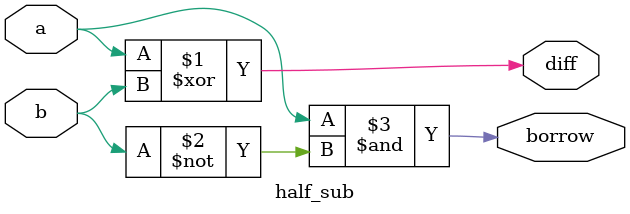
<source format=v>
module half_sub(input a,b,output diff, borrow);
  assign diff= a^b;
  assign borrow = a&~b;
  // assign {diff,borrow} = a-b;
endmodule

</source>
